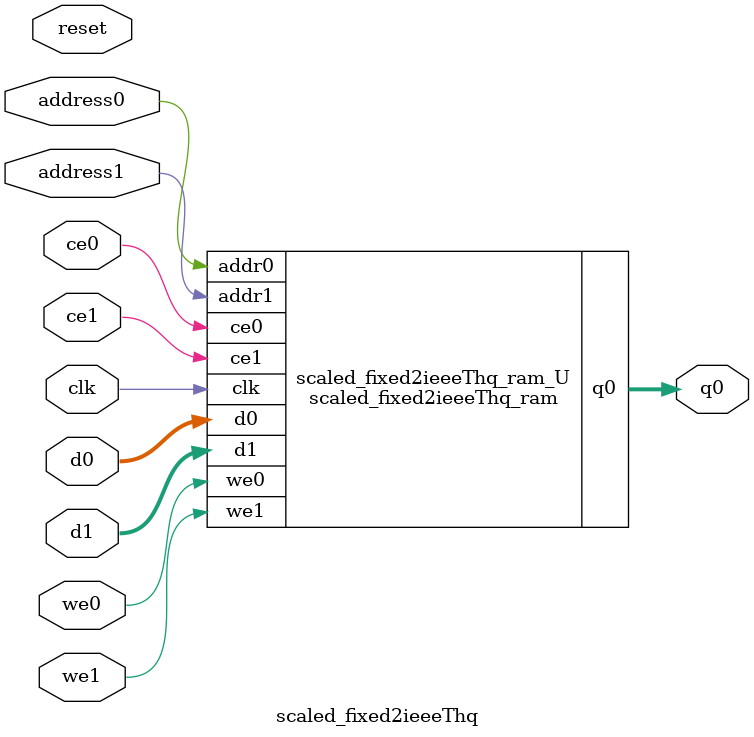
<source format=v>
`timescale 1 ns / 1 ps
module scaled_fixed2ieeeThq_ram (addr0, ce0, d0, we0, q0, addr1, ce1, d1, we1,  clk);

parameter DWIDTH = 32;
parameter AWIDTH = 1;
parameter MEM_SIZE = 2;

input[AWIDTH-1:0] addr0;
input ce0;
input[DWIDTH-1:0] d0;
input we0;
output reg[DWIDTH-1:0] q0;
input[AWIDTH-1:0] addr1;
input ce1;
input[DWIDTH-1:0] d1;
input we1;
input clk;

(* ram_style = "block" *)reg [DWIDTH-1:0] ram[0:MEM_SIZE-1];




always @(posedge clk)  
begin 
    if (ce0) 
    begin
        if (we0) 
        begin 
            ram[addr0] <= d0; 
        end 
        q0 <= ram[addr0];
    end
end


always @(posedge clk)  
begin 
    if (ce1) 
    begin
        if (we1) 
        begin 
            ram[addr1] <= d1; 
        end 
    end
end


endmodule

`timescale 1 ns / 1 ps
module scaled_fixed2ieeeThq(
    reset,
    clk,
    address0,
    ce0,
    we0,
    d0,
    q0,
    address1,
    ce1,
    we1,
    d1);

parameter DataWidth = 32'd32;
parameter AddressRange = 32'd2;
parameter AddressWidth = 32'd1;
input reset;
input clk;
input[AddressWidth - 1:0] address0;
input ce0;
input we0;
input[DataWidth - 1:0] d0;
output[DataWidth - 1:0] q0;
input[AddressWidth - 1:0] address1;
input ce1;
input we1;
input[DataWidth - 1:0] d1;



scaled_fixed2ieeeThq_ram scaled_fixed2ieeeThq_ram_U(
    .clk( clk ),
    .addr0( address0 ),
    .ce0( ce0 ),
    .we0( we0 ),
    .d0( d0 ),
    .q0( q0 ),
    .addr1( address1 ),
    .ce1( ce1 ),
    .we1( we1 ),
    .d1( d1 ));

endmodule


</source>
